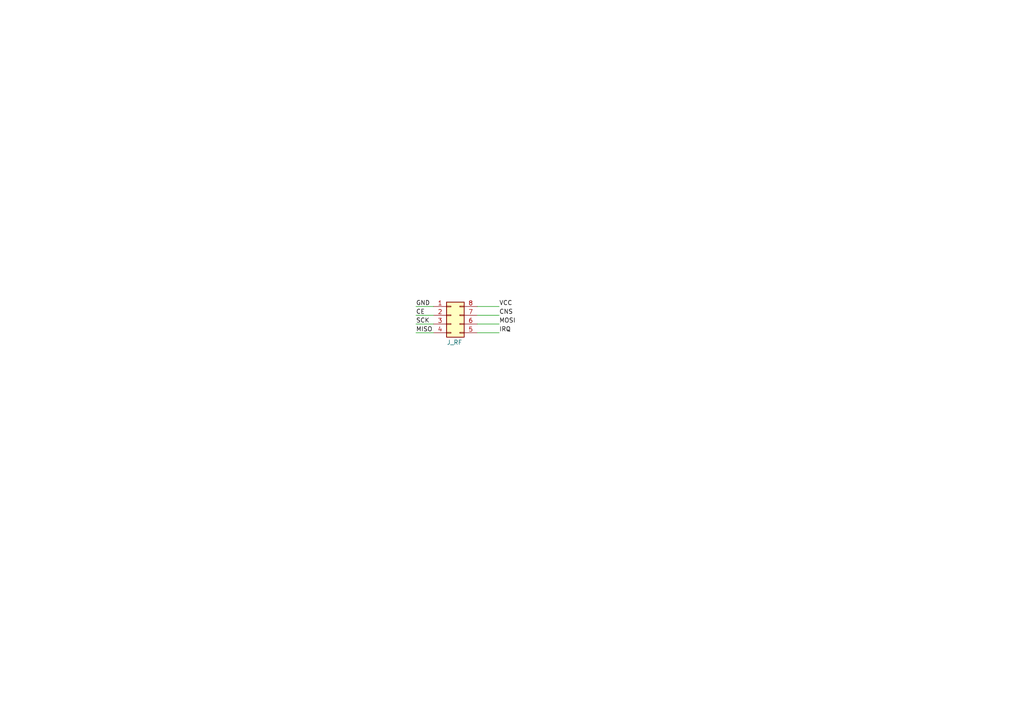
<source format=kicad_sch>
(kicad_sch (version 20231120) (generator "eeschema") (generator_version "8.0")
  (paper "A4")
  (lib_symbols
    (symbol "Connector_Generic:Conn_02x04_Counter_Clockwise" (pin_names (offset 1.016) hide)
      (property "Reference" "J" (at 1.27 5.08 0))
      (property "Value" "Conn_02x04_Counter_Clockwise" (at 1.27 -7.62 0))
      (symbol "Conn_02x04_Counter_Clockwise_1_1"
        (rectangle (start -1.27 -4.953) (end 0 -5.207) (stroke (width 0.1524)))
        (rectangle (start -1.27 -2.413) (end 0 -2.667) (stroke (width 0.1524)))
        (rectangle (start -1.27 0.127) (end 0 -0.127) (stroke (width 0.1524)))
        (rectangle (start -1.27 2.667) (end 0 2.413) (stroke (width 0.1524)))
        (rectangle (start -1.27 3.81) (end 3.81 -6.35) (stroke (width 0.254)) (fill (type background)))
        (rectangle (start 3.81 -4.953) (end 2.54 -5.207) (stroke (width 0.1524)))
        (rectangle (start 3.81 -2.413) (end 2.54 -2.667) (stroke (width 0.1524)))
        (rectangle (start 3.81 0.127) (end 2.54 -0.127) (stroke (width 0.1524)))
        (rectangle (start 3.81 2.667) (end 2.54 2.413) (stroke (width 0.1524)))
        (pin passive line (at -5.08 2.54 0) (length 3.81) (name "Pin_1") (number "1"))
        (pin passive line (at -5.08 0 0) (length 3.81) (name "Pin_2") (number "2"))
        (pin passive line (at -5.08 -2.54 0) (length 3.81) (name "Pin_3") (number "3"))
        (pin passive line (at -5.08 -5.08 0) (length 3.81) (name "Pin_4") (number "4"))
        (pin passive line (at 7.62 -5.08 180) (length 3.81) (name "Pin_5") (number "5"))
        (pin passive line (at 7.62 -2.54 180) (length 3.81) (name "Pin_6") (number "6"))
        (pin passive line (at 7.62 0 180) (length 3.81) (name "Pin_7") (number "7"))
        (pin passive line (at 7.62 2.54 180) (length 3.81) (name "Pin_8") (number "8"))
      )
    )
  )
  (wire (pts (xy 120.65 88.9) (xy 125.73 88.9)))
  (wire (pts (xy 120.65 96.52) (xy 125.73 96.52)))
  (wire (pts (xy 120.65 91.44) (xy 125.73 91.44)))
  (wire (pts (xy 138.43 96.52) (xy 144.78 96.52)))
  (wire (pts (xy 138.43 91.44) (xy 144.78 91.44)))
  (wire (pts (xy 120.65 93.98) (xy 125.73 93.98)))
  (wire (pts (xy 138.43 88.9) (xy 144.78 88.9)))
  (wire (pts (xy 138.43 93.98) (xy 144.78 93.98)))
  (label "VCC" (at 144.78 88.9 0))
  (label "MOSI" (at 144.78 93.98 0))
  (label "IRQ" (at 144.78 96.52 0))
  (label "CNS" (at 144.78 91.44 0))
  (label "MISO" (at 120.65 96.52 0))
  (label "GND" (at 120.65 88.9 0))
  (label "SCK" (at 120.65 93.98 0))
  (label "CE" (at 120.65 91.44 0))
  (symbol (lib_id "Connector_Generic:Conn_02x04_Counter_Clockwise") (at 130.81 91.44 0) (unit 1)
    (property "Reference" "J_RF" (at 131.826 99.314 0))
    (property "Value" "Conn_02x04_Counter_Clockwise" (effects (hide yes)))
    (property "Description" "Generic connector, double row, 02x04, counter clockwise pin numbering scheme (similar to DIP package numbering), script generated (kicad-library-utils/schlib/autogen/connector/)" (effects (hide yes)))
  )
)
</source>
